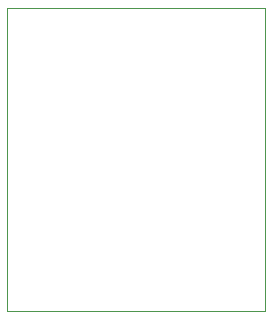
<source format=gbr>
%TF.GenerationSoftware,KiCad,Pcbnew,(6.0.10)*%
%TF.CreationDate,2023-01-04T22:27:33+01:00*%
%TF.ProjectId,SOIC-20 Breakout,534f4943-2d32-4302-9042-7265616b6f75,rev?*%
%TF.SameCoordinates,Original*%
%TF.FileFunction,Profile,NP*%
%FSLAX46Y46*%
G04 Gerber Fmt 4.6, Leading zero omitted, Abs format (unit mm)*
G04 Created by KiCad (PCBNEW (6.0.10)) date 2023-01-04 22:27:33*
%MOMM*%
%LPD*%
G01*
G04 APERTURE LIST*
%TA.AperFunction,Profile*%
%ADD10C,0.100000*%
%TD*%
G04 APERTURE END LIST*
D10*
X141478000Y-88773000D02*
X163322000Y-88773000D01*
X163322000Y-88773000D02*
X163322000Y-114427000D01*
X163322000Y-114427000D02*
X141478000Y-114427000D01*
X141478000Y-114427000D02*
X141478000Y-88773000D01*
M02*

</source>
